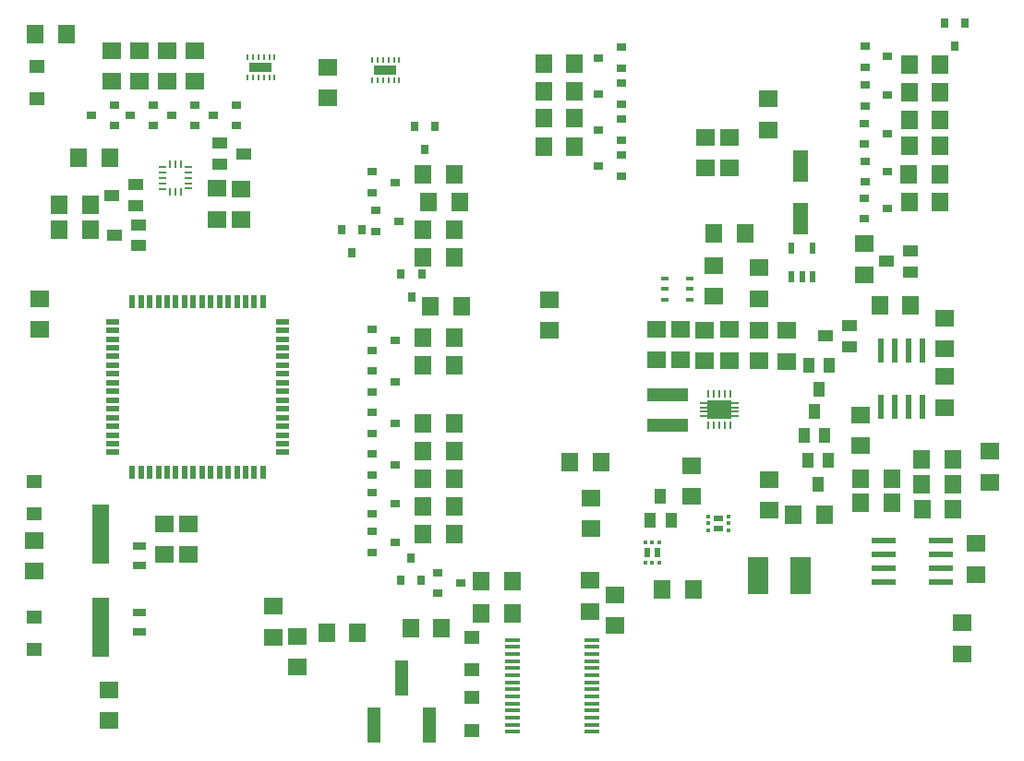
<source format=gtp>
G75*
%MOIN*%
%OFA0B0*%
%FSLAX24Y24*%
%IPPOS*%
%LPD*%
%AMOC8*
5,1,8,0,0,1.08239X$1,22.5*
%
%ADD10R,0.0591X0.2165*%
%ADD11R,0.0472X0.0315*%
%ADD12R,0.0315X0.0354*%
%ADD13R,0.0354X0.0315*%
%ADD14R,0.0551X0.0394*%
%ADD15R,0.0630X0.0710*%
%ADD16R,0.0240X0.0870*%
%ADD17R,0.0551X0.1181*%
%ADD18R,0.0870X0.0240*%
%ADD19R,0.0710X0.0630*%
%ADD20R,0.0551X0.0472*%
%ADD21R,0.0470X0.0220*%
%ADD22R,0.0220X0.0470*%
%ADD23R,0.0394X0.0551*%
%ADD24R,0.0550X0.0137*%
%ADD25R,0.0110X0.0197*%
%ADD26R,0.0787X0.0354*%
%ADD27R,0.0276X0.0157*%
%ADD28R,0.0236X0.0413*%
%ADD29R,0.0264X0.0098*%
%ADD30R,0.0098X0.0264*%
%ADD31R,0.0709X0.0630*%
%ADD32R,0.0470X0.1300*%
%ADD33R,0.1457X0.0472*%
%ADD34R,0.0098X0.0276*%
%ADD35R,0.0276X0.0098*%
%ADD36R,0.0850X0.0669*%
%ADD37R,0.0118X0.0138*%
%ADD38R,0.0236X0.0374*%
%ADD39R,0.0138X0.0118*%
%ADD40R,0.0374X0.0236*%
%ADD41R,0.0748X0.1339*%
D10*
X003617Y005668D03*
X003617Y009054D03*
D11*
X005017Y008616D03*
X005017Y007907D03*
X005017Y006216D03*
X005017Y005507D03*
D12*
X014443Y007368D03*
X015191Y007368D03*
X014817Y008194D03*
X014837Y017608D03*
X015211Y018435D03*
X014463Y018435D03*
X012677Y019218D03*
X013051Y020045D03*
X012303Y020045D03*
X015317Y022958D03*
X015691Y023785D03*
X014943Y023785D03*
X034073Y027515D03*
X034821Y027515D03*
X034447Y026688D03*
D13*
X032030Y026301D03*
X031203Y025927D03*
X031203Y025275D03*
X031203Y024527D03*
X031193Y023885D03*
X032020Y023511D03*
X031193Y023137D03*
X031203Y022515D03*
X031203Y021767D03*
X031193Y021185D03*
X031193Y020437D03*
X032020Y020811D03*
X032030Y022141D03*
X032030Y024901D03*
X031203Y026675D03*
X022410Y026635D03*
X022410Y025887D03*
X022410Y025335D03*
X022410Y024587D03*
X022410Y024035D03*
X022410Y023287D03*
X022410Y022735D03*
X022410Y021987D03*
X021584Y022361D03*
X021584Y023661D03*
X021584Y024961D03*
X021584Y026261D03*
X014250Y021761D03*
X013423Y021387D03*
X013563Y020735D03*
X014390Y020361D03*
X013563Y019987D03*
X013423Y022135D03*
X008510Y023807D03*
X007684Y024181D03*
X007010Y023807D03*
X006184Y024181D03*
X005510Y023807D03*
X004684Y024181D03*
X004110Y023807D03*
X003284Y024181D03*
X004110Y024555D03*
X005510Y024555D03*
X007010Y024555D03*
X008510Y024555D03*
X013423Y016435D03*
X013423Y015687D03*
X013423Y014935D03*
X014250Y014561D03*
X013423Y014187D03*
X013423Y013435D03*
X014250Y013061D03*
X013423Y012687D03*
X013423Y011935D03*
X013423Y011187D03*
X013423Y010535D03*
X014250Y010161D03*
X013423Y009787D03*
X013423Y009135D03*
X013423Y008387D03*
X014250Y008761D03*
X015783Y007655D03*
X016610Y007281D03*
X015783Y006907D03*
X014250Y011561D03*
X014250Y016061D03*
D14*
X007904Y022417D03*
X007904Y023165D03*
X008770Y022791D03*
X004970Y020225D03*
X004880Y020917D03*
X004014Y021291D03*
X004880Y021665D03*
X004104Y019851D03*
X004970Y019477D03*
X029774Y016201D03*
X030640Y015827D03*
X030640Y016575D03*
X032860Y018527D03*
X032860Y019275D03*
X031994Y018901D03*
D15*
X031737Y017321D03*
X032857Y017321D03*
X032807Y021041D03*
X033927Y021041D03*
X033917Y022061D03*
X032797Y022061D03*
X032807Y023081D03*
X033927Y023081D03*
X033927Y024021D03*
X032807Y024021D03*
X032807Y025001D03*
X033927Y025001D03*
X033927Y026021D03*
X032807Y026021D03*
X026867Y019911D03*
X025747Y019911D03*
X020727Y023061D03*
X020727Y024071D03*
X020727Y025061D03*
X019607Y025061D03*
X019607Y024071D03*
X019607Y023061D03*
X016567Y021061D03*
X016377Y020061D03*
X015257Y020061D03*
X015257Y019061D03*
X016377Y019061D03*
X016637Y017271D03*
X015517Y017271D03*
X015257Y016161D03*
X016377Y016161D03*
X016377Y015131D03*
X015257Y015131D03*
X015257Y013061D03*
X016377Y013061D03*
X016377Y012061D03*
X015257Y012061D03*
X015257Y011061D03*
X016377Y011061D03*
X016377Y010061D03*
X015257Y010061D03*
X015257Y009061D03*
X016377Y009061D03*
X017357Y007361D03*
X018477Y007361D03*
X018477Y006171D03*
X017357Y006171D03*
X015927Y005631D03*
X014807Y005631D03*
X012887Y005481D03*
X011767Y005481D03*
X020557Y011651D03*
X021677Y011651D03*
X023897Y007041D03*
X025017Y007041D03*
X028627Y009761D03*
X029747Y009761D03*
X031057Y010171D03*
X031047Y011061D03*
X032167Y011061D03*
X032177Y010171D03*
X033267Y009941D03*
X033257Y010851D03*
X033257Y011751D03*
X034377Y011751D03*
X034377Y010851D03*
X034387Y009941D03*
X016377Y022061D03*
X015257Y022061D03*
X015447Y021061D03*
X019607Y026061D03*
X020727Y026061D03*
X003937Y022631D03*
X002817Y022631D03*
X003247Y020951D03*
X003247Y020061D03*
X002127Y020061D03*
X002127Y020951D03*
X002377Y027121D03*
X001257Y027121D03*
D16*
X031767Y015691D03*
X032267Y015691D03*
X032767Y015691D03*
X033267Y015691D03*
X033267Y013631D03*
X032767Y013631D03*
X032267Y013631D03*
X031767Y013631D03*
D17*
X028897Y020456D03*
X028897Y022346D03*
D18*
X031897Y008801D03*
X031897Y008301D03*
X031897Y007801D03*
X031897Y007301D03*
X033957Y007301D03*
X033957Y007801D03*
X033957Y008301D03*
X033957Y008801D03*
D19*
X003917Y002301D03*
X003917Y003421D03*
X001217Y007701D03*
X001217Y008821D03*
X005917Y008301D03*
X006797Y008301D03*
X006797Y009421D03*
X005917Y009421D03*
X009837Y006431D03*
X009837Y005311D03*
X010727Y005351D03*
X010727Y004231D03*
X021297Y006261D03*
X021297Y007381D03*
X021327Y009241D03*
X021327Y010361D03*
X023667Y015331D03*
X023667Y016451D03*
X026307Y016431D03*
X026307Y015311D03*
X028397Y015291D03*
X028397Y016411D03*
X027387Y017551D03*
X027387Y018671D03*
X031187Y018411D03*
X031187Y019531D03*
X034067Y016861D03*
X034067Y015741D03*
X034077Y014731D03*
X034077Y013611D03*
X035707Y012041D03*
X035707Y010921D03*
X035227Y008711D03*
X035227Y007591D03*
X034727Y005831D03*
X034727Y004711D03*
X027737Y009901D03*
X027737Y011021D03*
X031037Y012231D03*
X031037Y013351D03*
X027727Y023661D03*
X027727Y024781D03*
X007807Y021531D03*
X007807Y020411D03*
X007017Y025401D03*
X006017Y025401D03*
X005017Y025401D03*
X004017Y025401D03*
X004017Y026521D03*
X005017Y026521D03*
X006017Y026521D03*
X007017Y026521D03*
X001407Y017561D03*
X001407Y016441D03*
D20*
X001217Y010952D03*
X001217Y009771D03*
X001217Y006052D03*
X001217Y004871D03*
X017027Y005312D03*
X017027Y004131D03*
X017027Y003142D03*
X017027Y001961D03*
X001307Y024771D03*
X001307Y025952D03*
D21*
X004046Y016723D03*
X004046Y016409D03*
X004046Y016094D03*
X004046Y015779D03*
X004046Y015464D03*
X004046Y015149D03*
X004046Y014834D03*
X004046Y014519D03*
X004046Y014204D03*
X004046Y013889D03*
X004046Y013574D03*
X004046Y013259D03*
X004046Y012944D03*
X004046Y012629D03*
X004046Y012314D03*
X004046Y011999D03*
X010188Y011999D03*
X010188Y012314D03*
X010188Y012629D03*
X010188Y012944D03*
X010188Y013259D03*
X010188Y013574D03*
X010188Y013889D03*
X010188Y014204D03*
X010188Y014519D03*
X010188Y014834D03*
X010188Y015149D03*
X010188Y015464D03*
X010188Y015779D03*
X010188Y016094D03*
X010188Y016409D03*
X010188Y016723D03*
D22*
X009479Y017432D03*
X009164Y017432D03*
X008849Y017432D03*
X008534Y017432D03*
X008219Y017432D03*
X007904Y017432D03*
X007589Y017432D03*
X007274Y017432D03*
X006959Y017432D03*
X006644Y017432D03*
X006329Y017432D03*
X006014Y017432D03*
X005699Y017432D03*
X005384Y017432D03*
X005069Y017432D03*
X004754Y017432D03*
X004754Y011290D03*
X005069Y011290D03*
X005384Y011290D03*
X005699Y011290D03*
X006014Y011290D03*
X006329Y011290D03*
X006644Y011290D03*
X006959Y011290D03*
X007274Y011290D03*
X007589Y011290D03*
X007904Y011290D03*
X008219Y011290D03*
X008534Y011290D03*
X008849Y011290D03*
X009164Y011290D03*
X009479Y011290D03*
D23*
X023453Y009558D03*
X024201Y009558D03*
X023827Y010424D03*
X029133Y011714D03*
X029881Y011714D03*
X029507Y010848D03*
X029751Y012618D03*
X029003Y012618D03*
X029377Y013484D03*
X029557Y014268D03*
X029931Y015134D03*
X029183Y015134D03*
D24*
X021356Y005225D03*
X021356Y004969D03*
X021356Y004713D03*
X021356Y004457D03*
X021356Y004201D03*
X021356Y003945D03*
X021356Y003689D03*
X021356Y003433D03*
X021356Y003177D03*
X021356Y002921D03*
X021356Y002666D03*
X021356Y002410D03*
X021356Y002154D03*
X021356Y001898D03*
X018477Y001898D03*
X018477Y002154D03*
X018477Y002410D03*
X018477Y002666D03*
X018477Y002921D03*
X018477Y003177D03*
X018477Y003433D03*
X018477Y003689D03*
X018477Y003945D03*
X018477Y004201D03*
X018477Y004457D03*
X018477Y004713D03*
X018477Y004969D03*
X018477Y005225D03*
D25*
X014398Y025439D03*
X014201Y025439D03*
X014004Y025439D03*
X013807Y025439D03*
X013610Y025439D03*
X013414Y025439D03*
X013414Y026187D03*
X013610Y026187D03*
X013807Y026187D03*
X014004Y026187D03*
X014201Y026187D03*
X014398Y026187D03*
X009898Y026287D03*
X009701Y026287D03*
X009504Y026287D03*
X009307Y026287D03*
X009110Y026287D03*
X008914Y026287D03*
X008914Y025539D03*
X009110Y025539D03*
X009307Y025539D03*
X009504Y025539D03*
X009701Y025539D03*
X009898Y025539D03*
D26*
X009394Y025913D03*
X013894Y025813D03*
D27*
X023973Y018275D03*
X023973Y017901D03*
X023973Y017527D03*
X024874Y017527D03*
X024874Y017901D03*
X024874Y018275D03*
D28*
X028565Y018330D03*
X028939Y018330D03*
X029313Y018330D03*
X029309Y019393D03*
X028565Y019393D03*
D29*
X006777Y021531D03*
X006777Y021728D03*
X006777Y021925D03*
X006777Y022122D03*
X006777Y022319D03*
X005856Y022315D03*
X005856Y022118D03*
X005856Y021921D03*
X005856Y021724D03*
X005856Y021528D03*
D30*
X006120Y021425D03*
X006317Y021425D03*
X006514Y021425D03*
X006514Y022417D03*
X006317Y022417D03*
X006120Y022417D03*
D31*
X008667Y021502D03*
X008667Y020400D03*
X011817Y024810D03*
X011817Y025912D03*
X019817Y017512D03*
X019817Y016410D03*
X024547Y016432D03*
X025417Y016422D03*
X025417Y015320D03*
X024547Y015330D03*
X025757Y017660D03*
X025757Y018762D03*
X027387Y016412D03*
X027387Y015310D03*
X024947Y011502D03*
X024947Y010400D03*
X022197Y006862D03*
X022197Y005760D03*
X025457Y022290D03*
X026317Y022280D03*
X026317Y023382D03*
X025457Y023392D03*
D32*
X014497Y003851D03*
X015497Y002151D03*
X013497Y002151D03*
D33*
X024077Y012980D03*
X024077Y014082D03*
D34*
X025563Y014108D03*
X025760Y014108D03*
X025957Y014108D03*
X026154Y014108D03*
X026350Y014108D03*
X026350Y012978D03*
X026154Y012974D03*
X025957Y012974D03*
X025760Y012974D03*
X025563Y012974D03*
D35*
X025394Y013305D03*
X025394Y013463D03*
X025394Y013620D03*
X025394Y013777D03*
X026520Y013777D03*
X026520Y013620D03*
X026520Y013463D03*
X026520Y013305D03*
D36*
X025957Y013541D03*
D37*
X023783Y008742D03*
X023527Y008742D03*
X023271Y008742D03*
X023271Y008021D03*
X023527Y008021D03*
X023783Y008021D03*
D38*
X023708Y008383D03*
X023342Y008383D03*
D39*
X025556Y009175D03*
X025556Y009431D03*
X025556Y009687D03*
X026277Y009687D03*
X026277Y009431D03*
X026277Y009175D03*
D40*
X025915Y009246D03*
X025915Y009612D03*
D41*
X027359Y007551D03*
X028894Y007551D03*
M02*

</source>
